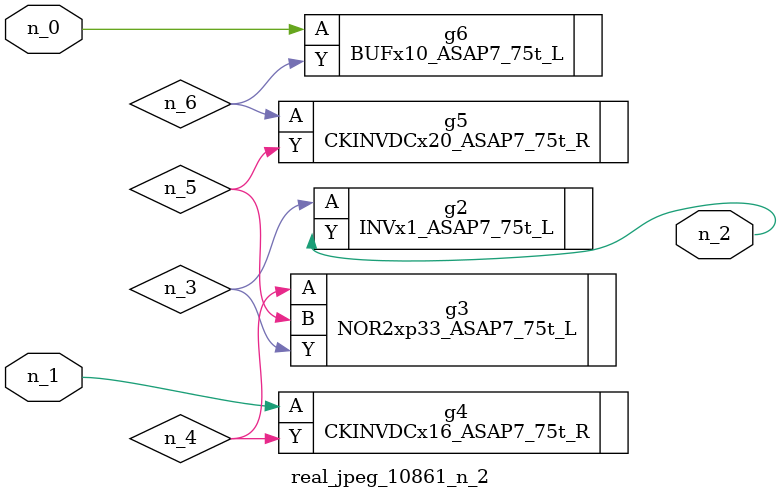
<source format=v>
module real_jpeg_10861_n_2 (n_1, n_0, n_2);

input n_1;
input n_0;

output n_2;

wire n_5;
wire n_4;
wire n_6;
wire n_3;

BUFx10_ASAP7_75t_L g6 ( 
.A(n_0),
.Y(n_6)
);

CKINVDCx16_ASAP7_75t_R g4 ( 
.A(n_1),
.Y(n_4)
);

INVx1_ASAP7_75t_L g2 ( 
.A(n_3),
.Y(n_2)
);

NOR2xp33_ASAP7_75t_L g3 ( 
.A(n_4),
.B(n_5),
.Y(n_3)
);

CKINVDCx20_ASAP7_75t_R g5 ( 
.A(n_6),
.Y(n_5)
);


endmodule
</source>
